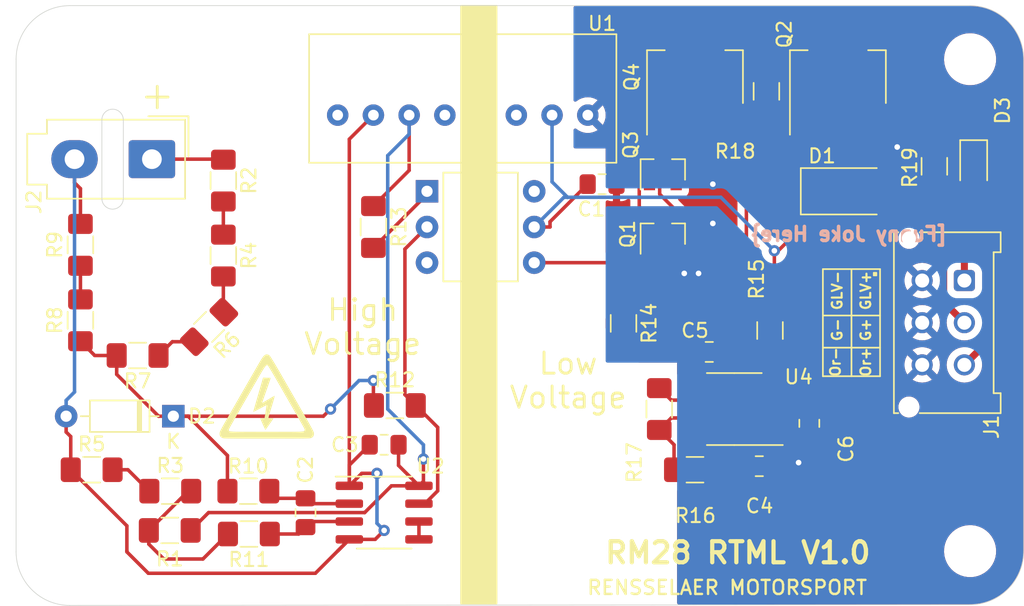
<source format=kicad_pcb>
(kicad_pcb (version 20240108) (generator "pcbnew") (generator_version "8.0")
  (layers (0 "F.Cu" signal) (31 "B.Cu" signal) (34 "B.Paste" user) (35 "F.Paste" user) (36 "B.SilkS" user "B.Silkscreen") (37 "F.SilkS" user "F.Silkscreen") (38 "B.Mask" user) (39 "F.Mask" user) (44 "Edge.Cuts" user))
  (net 0 "")
  (footprint "Package_TO_SOT_SMD:SOT-223-3_TabPin2" (layer "F.Cu") (at 141.732 81.788 90)
    (property "Reference" "Q4" (at 0 -4.5 90) (layer "F.SilkS"))
    (property "Value" "MCT06P10-TP" (hide yes))
    (pad "1" smd rect (at -3.15 -2.3 90) (size 2 1.5) (layers "F.Cu" "F.Paste" "F.Mask"))
    (pad "2" smd rect (at -3.15 0 90) (size 2 1.5) (layers "F.Cu" "F.Paste" "F.Mask"))
    (pad "2" smd rect (at 3.15 0 90) (size 2 3.8) (layers "F.Cu" "F.Paste" "F.Mask"))
    (pad "3" smd rect (at -3.15 2.3 90) (size 2 1.5) (layers "F.Cu" "F.Paste" "F.Mask"))
  )
  (footprint "Capacitor_SMD:C_0805_2012Metric_Pad1.15x1.40mm_HandSolder" (layer "F.Cu") (at 146.304 109.474 180)
    (property "Reference" "C4" (at -0.016909 -2.83128 0) (layer "F.SilkS"))
    (property "Value" "100n")
    (pad "1" smd roundrect (at -1.025 0 180) (size 1.15 1.4) (layers "F.Cu" "F.Paste" "F.Mask") (roundrect_rratio 0.217391))
    (pad "2" smd roundrect (at 1.025 0 180) (size 1.15 1.4) (layers "F.Cu" "F.Paste" "F.Mask") (roundrect_rratio 0.217391))
  )
  (footprint "Capacitor_SMD:C_0805_2012Metric_Pad1.15x1.40mm_HandSolder" (layer "F.Cu") (at 149.86 106.426 90)
    (property "Reference" "C6" (at -1.82095 2.607737 90) (layer "F.SilkS"))
    (property "Value" "1u")
    (pad "1" smd roundrect (at -1.025 0 90) (size 1.15 1.4) (layers "F.Cu" "F.Paste" "F.Mask") (roundrect_rratio 0.217391))
    (pad "2" smd roundrect (at 1.025 0 90) (size 1.15 1.4) (layers "F.Cu" "F.Paste" "F.Mask") (roundrect_rratio 0.217391))
  )
  (footprint "Capacitor_SMD:C_0805_2012Metric_Pad1.15x1.40mm_HandSolder" (layer "F.Cu") (at 114.046 112.785 -90)
    (property "Reference" "C2" (at -3.057 0 90) (layer "F.SilkS"))
    (property "Value" "10n")
    (pad "1" smd roundrect (at -1.025 0 270) (size 1.15 1.4) (layers "F.Cu" "F.Paste" "F.Mask") (roundrect_rratio 0.217391))
    (pad "2" smd roundrect (at 1.025 0 270) (size 1.15 1.4) (layers "F.Cu" "F.Paste" "F.Mask") (roundrect_rratio 0.217391))
  )
  (footprint "Capacitor_SMD:C_0805_2012Metric_Pad1.15x1.40mm_HandSolder" (layer "F.Cu") (at 119.634 107.95 180)
    (property "Reference" "C3" (at 2.794 0 0) (layer "F.SilkS"))
    (property "Value" "100n")
    (pad "1" smd roundrect (at -1.025 0 180) (size 1.15 1.4) (layers "F.Cu" "F.Paste" "F.Mask") (roundrect_rratio 0.217391))
    (pad "2" smd roundrect (at 1.025 0 180) (size 1.15 1.4) (layers "F.Cu" "F.Paste" "F.Mask") (roundrect_rratio 0.217391))
  )
  (footprint "Resistor_SMD:R_1206_3216Metric_Pad1.42x1.75mm_HandSolder" (layer "F.Cu") (at 120.396 105.156)
    (property "Reference" "R12" (at 0 -1.82 0) (layer "F.SilkS"))
    (property "Value" "1M")
    (pad "1" smd roundrect (at -1.4875 0) (size 1.425 1.75) (layers "F.Cu" "F.Paste" "F.Mask") (roundrect_rratio 0.175439))
    (pad "2" smd roundrect (at 1.4875 0) (size 1.425 1.75) (layers "F.Cu" "F.Paste" "F.Mask") (roundrect_rratio 0.175439))
  )
  (footprint "Resistor_SMD:R_1206_3216Metric_Pad1.42x1.75mm_HandSolder" (layer "F.Cu") (at 141.732 109.728)
    (property "Reference" "R16" (at 0.032187 3.265535 0) (layer "F.SilkS"))
    (property "Value" "22k")
    (pad "1" smd roundrect (at -1.4875 0) (size 1.425 1.75) (layers "F.Cu" "F.Paste" "F.Mask") (roundrect_rratio 0.175439))
    (pad "2" smd roundrect (at 1.4875 0) (size 1.425 1.75) (layers "F.Cu" "F.Paste" "F.Mask") (roundrect_rratio 0.175439))
  )
  (footprint "Connector_Molex:Molex_Micro-Fit_3.0_43045-0612_2x03_P3.00mm_Vertical" (layer "F.Cu") (at 160.8836 96.266 -90)
    (property "Reference" "J1" (at 10.414 -1.9304 90) (layer "F.SilkS"))
    (property "Value" "Conn_01x06_Female" (hide yes))
    (pad "" np_thru_hole circle (at -3 3.94 270) (size 1 1) (drill 1) (layers "F&B.Cu" "*.Mask"))
    (pad "" np_thru_hole circle (at 9 3.94 270) (size 1 1) (drill 1) (layers "F&B.Cu" "*.Mask"))
    (pad "1" thru_hole roundrect (at 0 0 270) (size 1.5 1.5) (drill 1) (layers "*.Cu" "*.Mask") (roundrect_rratio 0.166667))
    (pad "2" thru_hole circle (at 3 0 270) (size 1.5 1.5) (drill 1) (layers "*.Cu" "*.Mask"))
    (pad "3" thru_hole circle (at 6 0 270) (size 1.5 1.5) (drill 1) (layers "*.Cu" "*.Mask"))
    (pad "4" thru_hole circle (at 0 3 270) (size 1.5 1.5) (drill 1) (layers "*.Cu" "*.Mask"))
    (pad "5" thru_hole circle (at 3 3 270) (size 1.5 1.5) (drill 1) (layers "*.Cu" "*.Mask"))
    (pad "6" thru_hole circle (at 6 3 270) (size 1.5 1.5) (drill 1) (layers "*.Cu" "*.Mask"))
  )
  (footprint "Resistor_SMD:R_1206_3216Metric_Pad1.42x1.75mm_HandSolder" (layer "F.Cu") (at 108.204 94.488 -90)
    (property "Reference" "R4" (at 0 -1.82 90) (layer "F.SilkS"))
    (property "Value" "249k")
    (pad "1" smd roundrect (at -1.4875 0 270) (size 1.425 1.75) (layers "F.Cu" "F.Paste" "F.Mask") (roundrect_rratio 0.175439))
    (pad "2" smd roundrect (at 1.4875 0 270) (size 1.425 1.75) (layers "F.Cu" "F.Paste" "F.Mask") (roundrect_rratio 0.175439))
  )
  (footprint "Capacitor_SMD:C_0805_2012Metric_Pad1.15x1.40mm_HandSolder" (layer "F.Cu") (at 142.748 101.346 180)
    (property "Reference" "C5" (at 1.016 1.524 0) (layer "F.SilkS"))
    (property "Value" "100n")
    (pad "1" smd roundrect (at -1.025 0 180) (size 1.15 1.4) (layers "F.Cu" "F.Paste" "F.Mask") (roundrect_rratio 0.217391))
    (pad "2" smd roundrect (at 1.025 0 180) (size 1.15 1.4) (layers "F.Cu" "F.Paste" "F.Mask") (roundrect_rratio 0.217391))
  )
  (footprint "TSAL-HVM:SPAN02" (layer "F.Cu") (at 125.476 83.312 180)
    (property "Reference" "U1" (at -9.652 5.334 0) (layer "F.SilkS"))
    (property "Value" "SPAN02A-12")
    (pad "1" thru_hole circle (at -8.636 -1.184 180) (size 1.524 1.524) (drill 0.762) (layers "*.Cu" "*.Mask"))
    (pad "2" thru_hole circle (at -6.096 -1.184 180) (size 1.524 1.524) (drill 0.762) (layers "*.Cu" "*.Mask"))
    (pad "3" thru_hole circle (at -3.556 -1.184 180) (size 1.524 1.524) (drill 0.762) (layers "*.Cu" "*.Mask"))
    (pad "5" thru_hole circle (at 1.524 -1.184 180) (size 1.524 1.524) (drill 0.762) (layers "*.Cu" "*.Mask"))
    (pad "6" thru_hole circle (at 4.064 -1.184 180) (size 1.524 1.524) (drill 0.762) (layers "*.Cu" "*.Mask"))
    (pad "7" thru_hole circle (at 6.604 -1.184 180) (size 1.524 1.524) (drill 0.762) (layers "*.Cu" "*.Mask"))
    (pad "8" thru_hole circle (at 9.144 -1.184 180) (size 1.524 1.524) (drill 0.762) (layers "*.Cu" "*.Mask"))
  )
  (footprint "TSAL-HVM:electric-shock-symbol" (layer "F.Cu") (at 111.29 104.518)
    (property "Reference" "G***" (hide yes))
    (property "Value" "LOGO" (hide yes))
  )
  (footprint "Resistor_SMD:R_1206_3216Metric_Pad1.42x1.75mm_HandSolder" (layer "F.Cu") (at 139.192 105.41 -90)
    (property "Reference" "R17" (at 3.81 1.778 90) (layer "F.SilkS"))
    (property "Value" "220k")
    (pad "1" smd roundrect (at -1.4875 0 270) (size 1.425 1.75) (layers "F.Cu" "F.Paste" "F.Mask") (roundrect_rratio 0.175439))
    (pad "2" smd roundrect (at 1.4875 0 270) (size 1.425 1.75) (layers "F.Cu" "F.Paste" "F.Mask") (roundrect_rratio 0.175439))
  )
  (footprint "Package_TO_SOT_SMD:SOT-23" (layer "F.Cu") (at 139.446 92.964 90)
    (property "Reference" "Q1" (at 0 -2.5 90) (layer "F.SilkS"))
    (property "Value" "2N7002" (hide yes))
    (pad "1" smd rect (at -1 -0.95 90) (size 0.9 0.8) (layers "F.Cu" "F.Paste" "F.Mask"))
    (pad "2" smd rect (at -1 0.95 90) (size 0.9 0.8) (layers "F.Cu" "F.Paste" "F.Mask"))
    (pad "3" smd rect (at 1 0 90) (size 0.9 0.8) (layers "F.Cu" "F.Paste" "F.Mask"))
  )
  (footprint "Resistor_SMD:R_1206_3216Metric_Pad1.42x1.75mm_HandSolder" (layer "F.Cu") (at 98.044 93.726 90)
    (property "Reference" "R9" (at 0 -1.82 90) (layer "F.SilkS"))
    (property "Value" "2k2")
    (pad "1" smd roundrect (at -1.4875 0 90) (size 1.425 1.75) (layers "F.Cu" "F.Paste" "F.Mask") (roundrect_rratio 0.175439))
    (pad "2" smd roundrect (at 1.4875 0 90) (size 1.425 1.75) (layers "F.Cu" "F.Paste" "F.Mask") (roundrect_rratio 0.175439))
  )
  (footprint "LED_SMD:LED_0805_2012Metric_Pad1.15x1.40mm_HandSolder" (layer "F.Cu") (at 161.544 88.138 -90)
    (property "Reference" "D3" (at -3.96143 -2.056787 90) (layer "F.SilkS"))
    (property "Value" "VHI")
    (pad "1" smd roundrect (at -1.025 0 270) (size 1.15 1.4) (layers "F.Cu" "F.Paste" "F.Mask") (roundrect_rratio 0.217391))
    (pad "2" smd roundrect (at 1.025 0 270) (size 1.15 1.4) (layers "F.Cu" "F.Paste" "F.Mask") (roundrect_rratio 0.217391))
  )
  (footprint "Resistor_SMD:R_1206_3216Metric_Pad1.42x1.75mm_HandSolder" (layer "F.Cu") (at 107.188 99.568 -135)
    (property "Reference" "R6" (at 0 -1.82 45) (layer "F.SilkS"))
    (property "Value" "249k")
    (pad "1" smd roundrect (at -1.4875 0 225) (size 1.425 1.75) (layers "F.Cu" "F.Paste" "F.Mask") (roundrect_rratio 0.175439))
    (pad "2" smd roundrect (at 1.4875 0 225) (size 1.425 1.75) (layers "F.Cu" "F.Paste" "F.Mask") (roundrect_rratio 0.175439))
  )
  (footprint "Resistor_SMD:R_1206_3216Metric_Pad1.42x1.75mm_HandSolder" (layer "F.Cu") (at 98.044 99.0965 90)
    (property "Reference" "R8" (at 0 -1.82 90) (layer "F.SilkS"))
    (property "Value" "49k9")
    (pad "1" smd roundrect (at -1.4875 0 90) (size 1.425 1.75) (layers "F.Cu" "F.Paste" "F.Mask") (roundrect_rratio 0.175439))
    (pad "2" smd roundrect (at 1.4875 0 90) (size 1.425 1.75) (layers "F.Cu" "F.Paste" "F.Mask") (roundrect_rratio 0.175439))
  )
  (footprint "Package_DIP:DIP-6_W7.62mm" (layer "F.Cu") (at 122.682 89.916)
    (property "Reference" "U3" (at 3.81 -2.33 0) (layer "F.SilkS"))
    (property "Value" "4N35")
    (pad "1" thru_hole rect (at 0 0) (size 1.6 1.6) (drill 0.8) (layers "*.Cu" "*.Mask"))
    (pad "2" thru_hole oval (at 0 2.54) (size 1.6 1.6) (drill 0.8) (layers "*.Cu" "*.Mask"))
    (pad "3" thru_hole oval (at 0 5.08) (size 1.6 1.6) (drill 0.8) (layers "*.Cu" "*.Mask"))
    (pad "4" thru_hole oval (at 7.62 5.08) (size 1.6 1.6) (drill 0.8) (layers "*.Cu" "*.Mask"))
    (pad "5" thru_hole oval (at 7.62 2.54) (size 1.6 1.6) (drill 0.8) (layers "*.Cu" "*.Mask"))
    (pad "6" thru_hole oval (at 7.62 0) (size 1.6 1.6) (drill 0.8) (layers "*.Cu" "*.Mask"))
  )
  (footprint "Resistor_SMD:R_1206_3216Metric_Pad1.42x1.75mm_HandSolder" (layer "F.Cu") (at 110.0185 114.3 180)
    (property "Reference" "R11" (at 0 -1.82 0) (layer "F.SilkS"))
    (property "Value" "100")
    (pad "1" smd roundrect (at -1.4875 0 180) (size 1.425 1.75) (layers "F.Cu" "F.Paste" "F.Mask") (roundrect_rratio 0.175439))
    (pad "2" smd roundrect (at 1.4875 0 180) (size 1.425 1.75) (layers "F.Cu" "F.Paste" "F.Mask") (roundrect_rratio 0.175439))
  )
  (footprint "Resistor_SMD:R_1206_3216Metric_Pad1.42x1.75mm_HandSolder" (layer "F.Cu") (at 147.066 99.822 90)
    (property "Reference" "R15" (at 3.657417 -0.956957 90) (layer "F.SilkS"))
    (property "Value" "22k")
    (pad "1" smd roundrect (at -1.4875 0 90) (size 1.425 1.75) (layers "F.Cu" "F.Paste" "F.Mask") (roundrect_rratio 0.175439))
    (pad "2" smd roundrect (at 1.4875 0 90) (size 1.425 1.75) (layers "F.Cu" "F.Paste" "F.Mask") (roundrect_rratio 0.175439))
  )
  (footprint "Resistor_SMD:R_1206_3216Metric_Pad1.42x1.75mm_HandSolder" (layer "F.Cu") (at 136.652 99.314 -90)
    (property "Reference" "R14" (at 0 -1.82 90) (layer "F.SilkS"))
    (property "Value" "10k")
    (pad "1" smd roundrect (at -1.4875 0 270) (size 1.425 1.75) (layers "F.Cu" "F.Paste" "F.Mask") (roundrect_rratio 0.175439))
    (pad "2" smd roundrect (at 1.4875 0 270) (size 1.425 1.75) (layers "F.Cu" "F.Paste" "F.Mask") (roundrect_rratio 0.175439))
  )
  (footprint "Resistor_SMD:R_1206_3216Metric_Pad1.42x1.75mm_HandSolder" (layer "F.Cu") (at 109.982 111.252 180)
    (property "Reference" "R10" (at 0 1.778 0) (layer "F.SilkS"))
    (property "Value" "100")
    (pad "1" smd roundrect (at -1.4875 0 180) (size 1.425 1.75) (layers "F.Cu" "F.Paste" "F.Mask") (roundrect_rratio 0.175439))
    (pad "2" smd roundrect (at 1.4875 0 180) (size 1.425 1.75) (layers "F.Cu" "F.Paste" "F.Mask") (roundrect_rratio 0.175439))
  )
  (footprint "Package_TO_SOT_SMD:SOT-223-3_TabPin2" (layer "F.Cu") (at 151.892 81.788 90)
    (property "Reference" "Q2" (at 3.048 -3.81 90) (layer "F.SilkS"))
    (property "Value" "MCT06P10-TP")
    (pad "1" smd rect (at -3.15 -2.3 90) (size 2 1.5) (layers "F.Cu" "F.Paste" "F.Mask"))
    (pad "2" smd rect (at -3.15 0 90) (size 2 1.5) (layers "F.Cu" "F.Paste" "F.Mask"))
    (pad "2" smd rect (at 3.15 0 90) (size 2 3.8) (layers "F.Cu" "F.Paste" "F.Mask"))
    (pad "3" smd rect (at -3.15 2.3 90) (size 2 1.5) (layers "F.Cu" "F.Paste" "F.Mask"))
  )
  (footprint "Connector_Molex:Molex_Mini-Fit_Jr_5566-02A_2x01_P4.20mm_Vertical" (layer "F.Cu") (at 103.124 87.63 -90)
    (property "Reference" "J2" (at 3.048 8.382 90) (layer "F.SilkS"))
    (property "Value" "HV")
    (pad "1" thru_hole roundrect (at 0 0 270) (size 2.7 3.3) (drill 1.4) (layers "*.Cu" "*.Mask") (roundrect_rratio 0.092593))
    (pad "2" thru_hole oval (at 0 5.5 270) (size 2.7 3.3) (drill 1.4) (layers "*.Cu" "*.Mask"))
  )
  (footprint "Capacitor_SMD:C_0805_2012Metric_Pad1.15x1.40mm_HandSolder" (layer "F.Cu") (at 135.128 89.408 180)
    (property "Reference" "C1" (at 0.762 -1.778 0) (layer "F.SilkS"))
    (property "Value" "1u")
    (pad "1" smd roundrect (at -1.025 0 180) (size 1.15 1.4) (layers "F.Cu" "F.Paste" "F.Mask") (roundrect_rratio 0.217391))
    (pad "2" smd roundrect (at 1.025 0 180) (size 1.15 1.4) (layers "F.Cu" "F.Paste" "F.Mask") (roundrect_rratio 0.217391))
  )
  (footprint "Resistor_SMD:R_1206_3216Metric_Pad1.42x1.75mm_HandSolder" (layer "F.Cu") (at 108.204 89.154 -90)
    (property "Reference" "R2" (at 0 -1.82 90) (layer "F.SilkS"))
    (property "Value" "249k")
    (pad "1" smd roundrect (at -1.4875 0 270) (size 1.425 1.75) (layers "F.Cu" "F.Paste" "F.Mask") (roundrect_rratio 0.175439))
    (pad "2" smd roundrect (at 1.4875 0 270) (size 1.425 1.75) (layers "F.Cu" "F.Paste" "F.Mask") (roundrect_rratio 0.175439))
  )
  (footprint "Resistor_SMD:R_1206_3216Metric_Pad1.42x1.75mm_HandSolder" (layer "F.Cu") (at 146.812 82.804 -90)
    (property "Reference" "R18" (at 4.267987 2.221287 180) (layer "F.SilkS"))
    (property "Value" "10k")
    (pad "1" smd roundrect (at -1.4875 0 270) (size 1.425 1.75) (layers "F.Cu" "F.Paste" "F.Mask") (roundrect_rratio 0.175439))
    (pad "2" smd roundrect (at 1.4875 0 270) (size 1.425 1.75) (layers "F.Cu" "F.Paste" "F.Mask") (roundrect_rratio 0.175439))
  )
  (footprint "Resistor_SMD:R_1206_3216Metric_Pad1.42x1.75mm_HandSolder" (layer "F.Cu") (at 118.872 92.456 -90)
    (property "Reference" "R13" (at 0 -1.82 90) (layer "F.SilkS"))
    (property "Value" "2k2")
    (pad "1" smd roundrect (at -1.4875 0 270) (size 1.425 1.75) (layers "F.Cu" "F.Paste" "F.Mask") (roundrect_rratio 0.175439))
    (pad "2" smd roundrect (at 1.4875 0 270) (size 1.425 1.75) (layers "F.Cu" "F.Paste" "F.Mask") (roundrect_rratio 0.175439))
  )
  (footprint "Resistor_SMD:R_1206_3216Metric_Pad1.42x1.75mm_HandSolder" (layer "F.Cu") (at 158.75 88.138 90)
    (property "Reference" "R19" (at -0.096901 -1.746967 90) (layer "F.SilkS"))
    (property "Value" "2k2")
    (pad "1" smd roundrect (at -1.4875 0 90) (size 1.425 1.75) (layers "F.Cu" "F.Paste" "F.Mask") (roundrect_rratio 0.175439))
    (pad "2" smd roundrect (at 1.4875 0 90) (size 1.425 1.75) (layers "F.Cu" "F.Paste" "F.Mask") (roundrect_rratio 0.175439))
  )
  (footprint "Resistor_SMD:R_1206_3216Metric_Pad1.42x1.75mm_HandSolder" (layer "F.Cu") (at 104.394 114.046)
    (property "Reference" "R1" (at 0 2.032 0) (layer "F.SilkS"))
    (property "Value" "75k")
    (pad "1" smd roundrect (at -1.4875 0) (size 1.425 1.75) (layers "F.Cu" "F.Paste" "F.Mask") (roundrect_rratio 0.175439))
    (pad "2" smd roundrect (at 1.4875 0) (size 1.425 1.75) (layers "F.Cu" "F.Paste" "F.Mask") (roundrect_rratio 0.175439))
  )
  (footprint "Resistor_SMD:R_1206_3216Metric_Pad1.42x1.75mm_HandSolder" (layer "F.Cu") (at 104.4305 111.252)
    (property "Reference" "R3" (at 0 -1.82 0) (layer "F.SilkS"))
    (property "Value" "24k")
    (pad "1" smd roundrect (at -1.4875 0) (size 1.425 1.75) (layers "F.Cu" "F.Paste" "F.Mask") (roundrect_rratio 0.175439))
    (pad "2" smd roundrect (at 1.4875 0) (size 1.425 1.75) (layers "F.Cu" "F.Paste" "F.Mask") (roundrect_rratio 0.175439))
  )
  (footprint "Package_TO_SOT_SMD:SOT-23" (layer "F.Cu") (at 139.446 88.392 90)
    (property "Reference" "Q3" (at 1.778 -2.286 90) (layer "F.SilkS"))
    (property "Value" "2N7002" (hide yes))
    (pad "1" smd rect (at -1 -0.95 90) (size 0.9 0.8) (layers "F.Cu" "F.Paste" "F.Mask"))
    (pad "2" smd rect (at -1 0.95 90) (size 0.9 0.8) (layers "F.Cu" "F.Paste" "F.Mask"))
    (pad "3" smd rect (at 1 0 90) (size 0.9 0.8) (layers "F.Cu" "F.Paste" "F.Mask"))
  )
  (footprint "Resistor_SMD:R_1206_3216Metric_Pad1.42x1.75mm_HandSolder" (layer "F.Cu") (at 102.108 101.6 180)
    (property "Reference" "R7" (at 0 -1.82 0) (layer "F.SilkS"))
    (property "Value" "249k")
    (pad "1" smd roundrect (at -1.4875 0 180) (size 1.425 1.75) (layers "F.Cu" "F.Paste" "F.Mask") (roundrect_rratio 0.175439))
    (pad "2" smd roundrect (at 1.4875 0 180) (size 1.425 1.75) (layers "F.Cu" "F.Paste" "F.Mask") (roundrect_rratio 0.175439))
  )
  (footprint "Package_SO:SOIC-8_3.9x4.9mm_P1.27mm" (layer "F.Cu") (at 119.634 112.776)
    (property "Reference" "U2" (at 3.302 -3.302 0) (layer "F.SilkS"))
    (property "Value" "LM311")
    (pad "1" smd roundrect (at -2.475 -1.905) (size 1.95 0.6) (layers "F.Cu" "F.Paste" "F.Mask"))
    (pad "2" smd roundrect (at -2.475 -0.635) (size 1.95 0.6) (layers "F.Cu" "F.Paste" "F.Mask"))
    (pad "3" smd roundrect (at -2.475 0.635) (size 1.95 0.6) (layers "F.Cu" "F.Paste" "F.Mask"))
    (pad "4" smd roundrect (at -2.475 1.905) (size 1.95 0.6) (layers "F.Cu" "F.Paste" "F.Mask"))
    (pad "5" smd roundrect (at 2.475 1.905) (size 1.95 0.6) (layers "F.Cu" "F.Paste" "F.Mask"))
    (pad "6" smd roundrect (at 2.475 0.635) (size 1.95 0.6) (layers "F.Cu" "F.Paste" "F.Mask"))
    (pad "7" smd roundrect (at 2.475 -0.635) (size 1.95 0.6) (layers "F.Cu" "F.Paste" "F.Mask"))
    (pad "8" smd roundrect (at 2.475 -1.905) (size 1.95 0.6) (layers "F.Cu" "F.Paste" "F.Mask"))
  )
  (footprint "Diode_THT:D_DO-35_SOD27_P7.62mm_Horizontal" (layer "F.Cu") (at 104.648 105.918 180)
    (property "Reference" "D2" (at -2.032 0 0) (layer "F.SilkS"))
    (property "Value" "12V")
    (fp_text user "K" (at 0 -1.8 0) (layer "F.SilkS"))
    (pad "1" thru_hole rect (at 0 0 180) (size 1.6 1.6) (drill 0.8) (layers "*.Cu" "*.Mask"))
    (pad "2" thru_hole oval (at 7.62 0 180) (size 1.6 1.6) (drill 0.8) (layers "*.Cu" "*.Mask"))
  )
  (footprint "Resistor_SMD:R_1206_3216Metric_Pad1.42x1.75mm_HandSolder" (layer "F.Cu") (at 98.8425 109.728)
    (property "Reference" "R5" (at 0 -1.82 0) (layer "F.SilkS"))
    (property "Value" "900")
    (pad "1" smd roundrect (at -1.4875 0) (size 1.425 1.75) (layers "F.Cu" "F.Paste" "F.Mask") (roundrect_rratio 0.175439))
    (pad "2" smd roundrect (at 1.4875 0) (size 1.425 1.75) (layers "F.Cu" "F.Paste" "F.Mask") (roundrect_rratio 0.175439))
  )
  (footprint "Diode_SMD:D_SMA" (layer "F.Cu") (at 152.654 89.916)
    (property "Reference" "D1" (at -1.892726 -2.511752 0) (layer "F.SilkS"))
    (property "Value" "D" (hide yes))
    (pad "1" smd rect (at -2 0) (size 2.5 1.8) (layers "F.Cu" "F.Paste" "F.Mask"))
    (pad "2" smd rect (at 2 0) (size 2.5 1.8) (layers "F.Cu" "F.Paste" "F.Mask"))
  )
  (footprint "Package_SO:SOIC-8_3.9x4.9mm_P1.27mm" (layer "F.Cu") (at 144.526 105.41 180)
    (property "Reference" "U4" (at -4.572 2.286 0) (layer "F.SilkS"))
    (property "Value" "NE555" (hide yes))
    (pad "1" smd roundrect (at -2.475 -1.905 180) (size 1.95 0.6) (layers "F.Cu" "F.Paste" "F.Mask"))
    (pad "2" smd roundrect (at -2.475 -0.635 180) (size 1.95 0.6) (layers "F.Cu" "F.Paste" "F.Mask"))
    (pad "3" smd roundrect (at -2.475 0.635 180) (size 1.95 0.6) (layers "F.Cu" "F.Paste" "F.Mask"))
    (pad "4" smd roundrect (at -2.475 1.905 180) (size 1.95 0.6) (layers "F.Cu" "F.Paste" "F.Mask"))
    (pad "5" smd roundrect (at 2.475 1.905 180) (size 1.95 0.6) (layers "F.Cu" "F.Paste" "F.Mask"))
    (pad "6" smd roundrect (at 2.475 0.635 180) (size 1.95 0.6) (layers "F.Cu" "F.Paste" "F.Mask"))
    (pad "7" smd roundrect (at 2.475 -0.635 180) (size 1.95 0.6) (layers "F.Cu" "F.Paste" "F.Mask"))
    (pad "8" smd roundrect (at 2.475 -1.905 180) (size 1.95 0.6) (layers "F.Cu" "F.Paste" "F.Mask"))
  )
  (gr_line (start 154.8892 103.0732) (end 150.8252 103.0732) (stroke (width 0.12)) (layer "F.SilkS"))
  (gr_poly (pts (xy 154.432 95.7072) (xy 154.6352 95.7072) (xy 154.6352 95.9104) (xy 154.432 95.9104)) (stroke (width 0.1)) (fill solid) (layer "F.SilkS"))
  (gr_line (start 154.8892 95.4532) (end 154.8892 103.0732) (stroke (width 0.12)) (layer "F.SilkS"))
  (gr_line (start 152.8572 103.0732) (end 152.8572 95.4532) (stroke (width 0.12)) (layer "F.SilkS"))
  (gr_line (start 150.8252 103.0732) (end 150.8252 95.4532) (stroke (width 0.12)) (layer "F.SilkS"))
  (gr_line (start 150.8252 98.7552) (end 154.8892 98.7552) (stroke (width 0.12)) (layer "F.SilkS"))
  (gr_line (start 154.8892 101.0412) (end 150.8252 101.0412) (stroke (width 0.12)) (layer "F.SilkS"))
  (gr_poly (pts (xy 125.095 83.693) (xy 125.095 76.708) (xy 127.635 76.708) (xy 127.635 119.253) (xy 125.095 119.253) (xy 125.095 104.648)) (stroke (width 0.1)) (fill solid) (layer "F.SilkS"))
  (gr_line (start 150.8252 95.4532) (end 154.8892 95.4532) (stroke (width 0.12)) (layer "F.SilkS"))
  (gr_line (start 99.568 84.836) (end 99.568 90.424) (stroke (width 0.05)) (layer "Edge.Cuts"))
  (gr_line (start 97.282 76.708) (end 161.29 76.708) (stroke (width 0.05)) (layer "Edge.Cuts"))
  (gr_line (start 93.472 115.57) (end 93.472 80.518) (stroke (width 0.05)) (layer "Edge.Cuts"))
  (gr_line (start 101.092 84.836) (end 101.092 90.424) (stroke (width 0.05)) (layer "Edge.Cuts"))
  (gr_line (start 165.1 80.518) (end 165.1 115.518) (stroke (width 0.05)) (layer "Edge.Cuts"))
  (gr_line (start 161.29 119.328) (end 97.282 119.38) (stroke (width 0.05)) (layer "Edge.Cuts"))
  (gr_arc (start 101.092 90.424) (mid 100.33 91.186) (end 99.568 90.424) (stroke (width 0.05)) (layer "Edge.Cuts"))
  (gr_arc (start 165.1 115.518) (mid 163.984077 118.212077) (end 161.29 119.328) (stroke (width 0.05)) (layer "Edge.Cuts"))
  (gr_arc (start 97.282 119.38) (mid 94.587923 118.264077) (end 93.472 115.57) (stroke (width 0.05)) (layer "Edge.Cuts"))
  (gr_arc (start 93.472 80.518) (mid 94.587923 77.823923) (end 97.282 76.708) (stroke (width 0.05)) (layer "Edge.Cuts"))
  (gr_arc (start 161.29 76.708) (mid 163.984077 77.823923) (end 165.1 80.518) (stroke (width 0.05)) (layer "Edge.Cuts"))
  (gr_arc (start 99.568 84.836) (mid 100.33 84.074) (end 101.092 84.836) (stroke (width 0.05)) (layer "Edge.Cuts"))
  (gr_text "[Funny Joke Here}\n" (at 152.654 92.964 0) (layer "B.SilkS") (effects (font (size 1 1) (thickness 0.25)) (justify mirror)))
  (gr_text "G+" (at 153.8732 99.7712 90) (layer "F.SilkS") (effects (font (size 0.7 0.7))))
  (gr_text "Or+\n" (at 153.8732 102.0572 90) (layer "F.SilkS") (effects (font (size 0.7 0.7))))
  (gr_text "RM28 RTML V1.0\n\n" (at 144.78 116.84 0) (layer "F.SilkS") (effects (font (size 1.5 1.5) (thickness 0.3))))
  (gr_text "High\nVoltage" (at 118.11 99.568 0) (layer "F.SilkS") (effects (font (size 1.5 1.5) (thickness 0.2))))
  (gr_text "Low\nVoltage" (at 132.715 103.378 0) (layer "F.SilkS") (effects (font (size 1.5 1.5) (thickness 0.2))))
  (gr_text "Or-" (at 151.7142 102.0572 90) (layer "F.SilkS") (effects (font (size 0.7 0.7))))
  (gr_text "+" (at 103.505 83.058 0) (layer "F.SilkS") (effects (font (size 2 2) (thickness 0.2))))
  (gr_text "RENSSELAER MOTORSPORT" (at 144.018 118.11 0) (layer "F.SilkS") (effects (font (size 1 1) (thickness 0.17))))
  (gr_text "G-" (at 151.8412 99.7712 90) (layer "F.SilkS") (effects (font (size 0.7 0.7))))
  (gr_text "GLV+" (at 153.8732 96.9772 90) (layer "F.SilkS") (effects (font (size 0.7 0.7))))
  (gr_text "GLV-" (at 151.8412 96.9772 90) (layer "F.SilkS") (effects (font (size 0.7 0.7))))
  (segment (start 138.496 89.392) (end 139.2213 89.392) (width 0.25) (layer "F.Cu") (net 0))
  (segment (start 148.5167 84.938) (end 148.5167 85.4502) (width 0.25) (layer "F.Cu") (net 0))
  (segment (start 122.61099 90.20451) (end 122.61099 89.98701) (width 0.25) (layer "F.Cu") (net 0))
  (segment (start 147.066 98.3345) (end 150.0717 101.3402) (width 0.25) (layer "F.Cu") (net 0))
  (segment (start 100.6205 102.9405) (end 100.6205 102.575) (width 0.25) (layer "F.Cu") (net 0))
  (segment (start 139.2213 89.392) (end 139.2213 90.1173) (width 0.25) (layer "F.Cu") (net 0))
  (segment (start 104.648 105.918) (end 103.598 105.918) (width 0.25) (layer "F.Cu") (net 0))
  (segment (start 117.159 86.209) (end 118.872 84.496) (width 0.25) (layer "F.Cu") (net 0))
  (segment (start 154.654 85.4) (end 154.192 84.938) (width 0.5) (layer "F.Cu") (net 0))
  (segment (start 141.723 103.177) (end 142.051 103.505) (width 0.25) (layer "F.Cu") (net 0))
  (segment (start 146.5318 104.775) (end 147.001 104.775) (width 0.25) (layer "F.Cu") (net 0))
  (segment (start 118.999 114.681) (end 119.634 114.046) (width 0.25) (layer "F.Cu") (net 0))
  (segment (start 163.0172 91.3112) (end 163.0172 100.1324) (width 0.5) (layer "F.Cu") (net 0))
  (segment (start 117.159 110.871) (end 117.159 86.209) (width 0.25) (layer "F.Cu") (net 0))
  (segment (start 147.6491 94.1462) (end 147.375 94.1462) (width 0.25) (layer "F.Cu") (net 0))
  (segment (start 154.654 89.916) (end 154.654 85.4) (width 0.5) (layer "F.Cu") (net 0))
  (segment (start 150.0717 103.3357) (end 151.638 104.902) (width 0.25) (layer "F.Cu") (net 0))
  (segment (start 144.9975 111.506) (end 143.2195 109.728) (width 0.25) (layer "F.Cu") (net 0))
  (segment (start 97.028 105.918) (end 97.028 107.0433) (width 0.25) (layer "F.Cu") (net 0))
  (segment (start 107.1515 112.776) (end 118.2494 112.776) (width 0.25) (layer "F.Cu") (net 0))
  (segment (start 98.044 89.7253) (end 98.044 92.2385) (width 0.25) (layer "F.Cu") (net 0))
  (segment (start 97.624 89.3053) (end 98.044 89.7253) (width 0.25) (layer "F.Cu") (net 0))
  (segment (start 121.112153 94.025847) (end 122.61099 92.52701) (width 0.25) (layer "F.Cu") (net 0))
  (segment (start 122.428 108.966) (end 122.428 110.552) (width 0.25) (layer "F.Cu") (net 0))
  (segment (start 157.734 85.09) (end 162.306 85.09) (width 0.5) (layer "F.Cu") (net 0))
  (segment (start 159.4104 97.7928) (end 159.4104 93.6244) (width 0.5) (layer "F.Cu") (net 0))
  (segment (start 103.9635 116.078) (end 106.753 116.078) (width 0.25) (layer "F.Cu") (net 0))
  (segment (start 152.654 91.3892) (end 152.654 87.271998) (width 0.5) (layer "F.Cu") (net 0))
  (segment (start 145.386 99.6295) (end 147.066 101.3095) (width 0.25) (layer "F.Cu") (net 0))
  (segment (start 148.5167 85.4502) (end 145.386 88.5809) (width 0.25) (layer "F.Cu") (net 0))
  (segment (start 150.654 89.916) (end 150.654 91.1413) (width 0.25) (layer "F.Cu") (net 0))
  (segment (start 118.2494 112.776) (end 120.1544 110.871) (width 0.25) (layer "F.Cu") (net 0))
  (segment (start 154.94 90.202) (end 154.654 89.916) (width 0.5) (layer "F.Cu") (net 0))
  (segment (start 147.375 94.1462) (end 147.375 98.0255) (width 0.25) (layer "F.Cu") (net 0))
  (segment (start 148.844 111.506) (end 144.9975 111.506) (width 0.25) (layer "F.Cu") (net 0))
  (segment (start 115.316 105.918) (end 115.824 105.41) (width 0.25) (layer "F.Cu") (net 0))
  (segment (start 117.159 112.141) (end 114.427 112.141) (width 0.25) (layer "F.Cu") (net 0))
  (segment (start 141.732 78.638) (end 146.964 78.638) (width 0.5) (layer "F.Cu") (net 0))
  (segment (start 143.4735 109.474) (end 143.2195 109.728) (width 0.25) (layer "F.Cu") (net 0))
  (segment (start 137.7706 91.0139) (end 137.7706 88.7698) (width 0.25) (layer "F.Cu") (net 0))
  (segment (start 114.046 111.76) (end 111.9775 111.76) (width 0.25) (layer "F.Cu") (net 0))
  (segment (start 142.051 108.0515) (end 143.4735 109.474) (width 0.25) (layer "F.Cu") (net 0))
  (segment (start 108.4945 111.252) (end 108.4945 108.7145) (width 0.25) (layer "F.Cu") (net 0))
  (segment (start 121.412 84.496) (end 121.412 88.4285) (width 0.25) (layer "F.Cu") (net 0))
  (segment (start 136.652 94.996) (end 136.652 97.8265) (width 0.25) (layer "F.Cu") (net 0))
  (segment (start 139.446 86.6167) (end 139.432 86.6027) (width 0.25) (layer "F.Cu") (net 0))
  (segment (start 151.638 104.902) (end 151.638 108.712) (width 0.25) (layer "F.Cu") (net 0))
  (segment (start 147.375 98.0255) (end 147.066 98.3345) (width 0.25) (layer "F.Cu") (net 0))
  (segment (start 108.2398 98.5162) (end 108.204 98.4804) (width 0.25) (layer "F.Cu") (net 0))
  (segment (start 120.659 109.421) (end 122.109 110.871) (width 0.25) (layer "F.Cu") (net 0))
  (segment (start 134.103 89.408) (end 131.4273 92.0837) (width 0.25) (layer "F.Cu") (net 0))
  (segment (start 160.8836 99.266) (end 159.4104 97.7928) (width 0.5) (layer "F.Cu") (net 0))
  (segment (start 123.441 111.2305) (end 123.441 106.7135) (width 0.25) (layer "F.Cu") (net 0))
  (segment (start 140.2445 107.95) (end 139.192 106.8975) (width 0.25) (layer "F.Cu") (net 0))
  (segment (start 162.805 89.163) (end 163.322 88.646) (width 0.5) (layer "F.Cu") (net 0))
  (segment (start 114.046 113.81) (end 113.556 114.3) (width 0.25) (layer "F.Cu") (net 0))
  (segment (start 113.556 114.3) (end 111.506 114.3) (width 0.25) (layer "F.Cu") (net 0))
  (segment (start 140.2445 109.728) (end 140.2445 107.95) (width 0.25) (layer "F.Cu") (net 0))
  (segment (start 98.044 97.609) (end 98.044 95.2135) (width 0.25) (layer "F.Cu") (net 0))
  (segment (start 139.432 83.326) (end 139.432 84.938) (width 0.25) (layer "F.Cu") (net 0))
  (segment (start 118.872 105.1195) (end 118.9085 105.156) (width 0.25) (layer "F.Cu") (net 0))
  (segment (start 118.872 103.378) (end 118.872 105.1195) (width 0.25) (layer "F.Cu") (net 0))
  (segment (start 144.8559 103.0991) (end 146.5318 104.775) (width 0.25) (layer "F.Cu") (net 0))
  (segment (start 103.124 87.63) (end 108.1675 87.63) (width 0.25) (layer "F.Cu") (net 0))
  (segment (start 146.8485 84.2915) (end 148.082 83.058) (width 0.5) (layer "F.Cu") (net 0))
  (segment (start 151.638 108.712) (end 148.844 111.506) (width 0.25) (layer "F.Cu") (net 0))
  (segment (start 111.9775 111.76) (end 111.4695 111.252) (width 0.25) (layer "F.Cu") (net 0))
  (segment (start 130.302 92.456) (end 131.4273 92.456) (width 0.25) (layer "F.Cu") (net 0))
  (segment (start 114.746 117.094) (end 117.159 114.681) (width 0.25) (layer "F.Cu") (net 0))
  (segment (start 159.4104 93.6244) (end 157.6832 91.8972) (width 0.5) (layer "F.Cu") (net 0))
  (segment (start 154.192 83.438) (end 154.192 84.938) (width 0.5) (layer "F.Cu") (net 0))
  (segment (start 142.051 104.775) (end 143.891 104.775) (width 0.25) (layer "F.Cu") (net 0))
  (segment (start 118.609 107.95) (end 117.159 109.4) (width 0.25) (layer "F.Cu") (net 0))
  (segment (start 117.159 114.681) (end 118.999 114.681) (width 0.25) (layer "F.Cu") (net 0))
  (segment (start 140.0445 106.045) (end 139.192 106.8975) (width 0.25) (layer "F.Cu") (net 0))
  (segment (start 158.75 91.0336) (end 157.5216 91.0336) (width 0.5) (layer "F.Cu") (net 0))
  (segment (start 122.428 110.552) (end 122.109 110.871) (width 0.25) (layer "F.Cu") (net 0))
  (segment (start 161.544 89.838) (end 163.0172 91.3112) (width 0.5) (layer "F.Cu") (net 0))
  (segment (start 159.0315 89.6255) (end 158.75 89.6255) (width 0.25) (layer "F.Cu") (net 0))
  (segment (start 157.734 85.09) (end 154.94 82.296) (width 0.25) (layer "F.Cu") (net 0))
  (segment (start 100.6205 102.575) (end 100.6205 101.6) (width 0.25) (layer "F.Cu") (net 0))
  (segment (start 119.126 109.982) (end 118.048 109.982) (width 0.25) (layer "F.Cu") (net 0))
  (segment (start 101.351557 115.575557) (end 102.87 117.094) (width 0.25) (layer "F.Cu") (net 0))
  (segment (start 100.6205 101.6) (end 99.06 101.6) (width 0.25) (layer "F.Cu") (net 0))
  (segment (start 147.066 103.44) (end 147.066 101.3095) (width 0.25) (layer "F.Cu") (net 0))
  (segment (start 104.648 105.918) (end 115.316 105.918) (width 0.25) (layer "F.Cu") (net 0))
  (segment (start 161.544 89.163) (end 161.544 89.838) (width 0.5) (layer "F.Cu") (net 0))
  (segment (start 97.355 108.4882) (end 97.355 109.728) (width 0.25) (layer "F.Cu") (net 0))
  (segment (start 101.419 109.728) (end 102.943 111.252) (width 0.25) (layer "F.Cu") (net 0))
  (segment (start 104.5757 100.6198) (end 103.5955 101.6) (width 0.25) (layer "F.Cu") (net 0))
  (segment (start 148.853 105.401) (end 149.86 105.401) (width 0.25) (layer "F.Cu") (net 0))
  (segment (start 142.051 107.315) (end 142.051 108.0515) (width 0.25) (layer "F.Cu") (net 0))
  (segment (start 146.812 84.2915) (end 146.8485 84.2915) (width 0.5) (layer "F.Cu") (net 0))
  (segment (start 122.5305 112.141) (end 123.441 111.2305) (width 0.25) (layer "F.Cu") (net 0))
  (segment (start 97.355 109.728) (end 101.346 113.719) (width 0.25) (layer "F.Cu") (net 0))
  (segment (start 97.355 107.3703) (end 97.355 108.4882) (width 0.25) (layer "F.Cu") (net 0))
  (segment (start 150.654 91.1413) (end 147.6491 94.1462) (width 0.25) (layer "F.Cu") (net 0))
  (segment (start 102.9065 114.046) (end 105.7005 111.252) (width 0.25) (layer "F.Cu") (net 0))
  (segment (start 137.9595 88.5809) (end 145.386 88.5809) (width 0.25) (layer "F.Cu") (net 0))
  (segment (start 121.412 88.4285) (end 118.872 90.9685) (width 0.25) (layer "F.Cu") (net 0))
  (segment (start 148.082 83.058) (end 153.812 83.058) (width 0.5) (layer "F.Cu") (net 0))
  (segment (start 151.892 86.509998) (end 151.892 84.938) (width 0.5) (layer "F.Cu") (net 0))
  (segment (start 147.001 106.045) (end 148.209 106.045) (width 0.25) (layer "F.Cu") (net 0))
  (segment (start 108.204 98.4804) (end 108.204 95.9755) (width 0.25) (layer "F.Cu") (net 0))
  (segment (start 97.028 107.0433) (end 97.355 107.3703) (width 0.25) (layer "F.Cu") (net 0))
  (segment (start 156.404 89.916) (end 154.654 89.916) (width 0.5) (layer "F.Cu") (net 0))
  (segment (start 121.8835 105.156) (end 121.112153 104.384653) (width 0.25) (layer "F.Cu") (net 0))
  (segment (start 137.7706 88.7698) (end 137.9595 88.5809) (width 0.25) (layer "F.Cu") (net 0))
  (segment (start 106.753 116.078) (end 108.531 114.3) (width 0.25) (layer "F.Cu") (net 0))
  (segment (start 150.0717 101.3402) (end 150.0717 103.3357) (width 0.25) (layer "F.Cu") (net 0))
  (segment (start 141.723 101.346) (end 141.723 103.177) (width 0.25) (layer "F.Cu") (net 0))
  (segment (start 144.6785 84.2915) (end 144.032 84.938) (width 0.5) (layer "F.Cu") (net 0))
  (segment (start 146.964 78.638) (end 150.114 81.788) (width 0.5) (layer "F.Cu") (net 0))
  (segment (start 149.592 84.938) (end 148.5167 84.938) (width 0.25) (layer "F.Cu") (net 0))
  (segment (start 157.5216 91.0336) (end 156.404 89.916) (width 0.5) (layer "F.Cu") (net 0))
  (segment (start 108.4945 108.7145) (end 105.698 105.918) (width 0.25) (layer "F.Cu") (net 0))
  (segment (start 120.659 107.95) (end 120.659 109.421) (width 0.25) (layer "F.Cu") (net 0))
  (segment (start 120.1544 110.871) (end 122.109 110.871) (width 0.25) (layer "F.Cu") (net 0))
  (segment (start 123.441 106.7135) (end 121.8835 105.156) (width 0.25) (layer "F.Cu") (net 0))
  (segment (start 143.891 104.775) (end 145.161 106.045) (width 0.25) (layer "F.Cu") (net 0))
  (segment (start 138.7207 91.964) (end 137.7706 91.0139) (width 0.25) (layer "F.Cu") (net 0))
  (segment (start 144.8559 95.7519) (end 144.8559 103.0991) (width 0.25) (layer "F.Cu") (net 0))
  (segment (start 117.159 113.411) (end 114.445 113.411) (width 0.25) (layer "F.Cu") (net 0))
  (segment (start 153.162 91.8972) (end 152.654 91.3892) (width 0.5) (layer "F.Cu") (net 0))
  (segment (start 102.87 117.094) (end 114.746 117.094) (width 0.25) (layer "F.Cu") (net 0))
  (segment (start 162.306 85.09) (end 163.322 86.106) (width 0.5) (layer "F.Cu") (net 0))
  (segment (start 136.652 94.996) (end 136.7387 94.996) (width 0.25) (layer "F.Cu") (net 0))
  (segment (start 108.1675 87.63) (end 108.204 87.6665) (width 0.25) (layer "F.Cu") (net 0))
  (segment (start 122.109 112.141) (end 122.5305 112.141) (width 0.25) (layer "F.Cu") (net 0))
  (segment (start 139.2213 90.1173) (end 144.8559 95.7519) (width 0.25) (layer "F.Cu") (net 0))
  (segment (start 154.432 81.788) (end 157.734 85.09) (width 0.5) (layer "F.Cu") (net 0))
  (segment (start 147.001 103.505) (end 147.066 103.44) (width 0.25) (layer "F.Cu") (net 0))
  (segment (start 122.109 114.681) (end 122.109 113.411) (width 0.25) (layer "F.Cu") (net 0))
  (segment (start 140.0445 104.775) (end 139.192 103.9225) (width 0.25) (layer "F.Cu") (net 0))
  (segment (start 160.8836 96.266) (end 160.8836 93.1672) (width 0.5) (layer "F.Cu") (net 0))
  (segment (start 121.112153 104.384653) (end 121.112153 94.025847) (width 0.25) (layer "F.Cu") (net 0))
  (segment (start 114.427 112.141) (end 114.046 111.76) (width 0.25) (layer "F.Cu") (net 0))
  (segment (start 108.204 90.6415) (end 108.204 93.0005) (width 0.25) (layer "F.Cu") (net 0))
  (segment (start 163.0172 100.1324) (end 160.8836 102.266) (width 0.5) (layer "F.Cu") (net 0))
  (segment (start 145.386 88.5809) (end 145.386 99.6295) (width 0.25) (layer "F.Cu") (net 0))
  (segment (start 139.446 87.392) (end 139.446 86.6167) (width 0.25) (layer "F.Cu") (net 0))
  (segment (start 131.4273 92.0837) (end 131.4273 92.456) (width 0.25) (layer "F.Cu") (net 0))
  (segment (start 148.209 106.045) (end 148.853 105.401) (width 0.25) (layer "F.Cu") (net 0))
  (segment (start 116.3344 115.5056) (end 117.159 114.681) (width 0.25) (layer "F.Cu") (net 0))
  (segment (start 105.698 105.918) (end 104.648 105.918) (width 0.25) (layer "F.Cu") (net 0))
  (segment (start 142.051 104.775) (end 140.0445 104.775) (width 0.25) (layer "F.Cu") (net 0))
  (segment (start 145.161 106.045) (end 147.001 106.045) (width 0.25) (layer "F.Cu") (net 0))
  (segment (start 138.496 93.964) (end 137.7707 93.964) (width 0.25) (layer "F.Cu") (net 0))
  (segment (start 101.346 115.490773) (end 101.351557 115.575557) (width 0.25) (layer "F.Cu") (net 0))
  (segment (start 153.812 83.058) (end 154.192 83.438) (width 0.5) (layer "F.Cu") (net 0))
  (segment (start 145.279 109.474) (end 143.4735 109.474) (width 0.25) (layer "F.Cu") (net 0))
  (segment (start 100.33 109.728) (end 101.419 109.728) (width 0.25) (layer "F.Cu") (net 0))
  (segment (start 146.812 81.3165) (end 141.4415 81.3165) (width 0.25) (layer "F.Cu") (net 0))
  (segment (start 105.7005 111.252) (end 105.918 111.252) (width 0.25) (layer "F.Cu") (net 0))
  (segment (start 101.346 113.719) (end 101.346 115.490773) (width 0.25) (layer "F.Cu") (net 0))
  (segment (start 118.872 93.9435) (end 122.61099 90.20451) (width 0.25) (layer "F.Cu") (net 0))
  (segment (start 161.544 89.163) (end 162.805 89.163) (width 0.5) (layer "F.Cu") (net 0))
  (segment (start 102.9065 115.021) (end 103.9635 116.078) (width 0.25) (layer "F.Cu") (net 0))
  (segment (start 118.048 109.982) (end 117.159 110.871) (width 0.25) (layer "F.Cu") (net 0))
  (segment (start 102.9065 114.046) (end 102.9065 115.021) (width 0.25) (layer "F.Cu") (net 0))
  (segment (start 114.445 113.411) (end 114.046 113.81) (width 0.25) (layer "F.Cu") (net 0))
  (segment (start 139.446 91.964) (end 138.7207 91.964) (width 0.25) (layer "F.Cu") (net 0))
  (segment (start 141.4415 81.3165) (end 139.432 83.326) (width 0.25) (layer "F.Cu") (net 0))
  (segment (start 105.8815 114.046) (end 107.1515 112.776) (width 0.25) (layer "F.Cu") (net 0))
  (segment (start 103.598 105.918) (end 100.6205 102.9405) (width 0.25) (layer "F.Cu") (net 0))
  (segment (start 130.302 94.996) (end 136.652 94.996) (width 0.25) (layer "F.Cu") (net 0))
  (segment (start 152.654 87.271998) (end 151.892 86.509998) (width 0.5) (layer "F.Cu") (net 0))
  (segment (start 142.051 106.045) (end 140.0445 106.045) (width 0.25) (layer "F.Cu") (net 0))
  (segment (start 161.544 87.113) (end 159.0315 89.6255) (width 0.25) (layer "F.Cu") (net 0))
  (segment (start 157.6832 91.8972) (end 153.162 91.8972) (width 0.5) (layer "F.Cu") (net 0))
  (segment (start 106.1362 100.6198) (end 104.5757 100.6198) (width 0.25) (layer "F.Cu") (net 0))
  (segment (start 136.7387 94.996) (end 137.7707 93.964) (width 0.25) (layer "F.Cu") (net 0))
  (segment (start 163.322 86.106) (end 163.322 88.646) (width 0.5) (layer "F.Cu") (net 0))
  (segment (start 97.624 87.63) (end 97.624 89.3053) (width 0.25) (layer "F.Cu") (net 0))
  (segment (start 146.812 84.2915) (end 144.6785 84.2915) (width 0.5) (layer "F.Cu") (net 0))
  (segment (start 139.432 86.6027) (end 139.432 84.938) (width 0.25) (layer "F.Cu") (net 0))
  (segment (start 150.114 81.788) (end 154.432 81.788) (width 0.5) (layer "F.Cu") (net 0))
  (segment (start 99.06 101.6) (end 98.044 100.584) (width 0.25) (layer "F.Cu") (net 0))
  (segment (start 160.8836 93.1672) (end 158.75 91.0336) (width 0.5) (layer "F.Cu") (net 0))
  (segment (start 117.159 109.4) (end 117.159 110.871) (width 0.25) (layer "F.Cu") (net 0))
  (via (at 143.002 92.202) (size 0.8) (drill 0.4) (layers "F.Cu" "B.Cu") (net 0))
  (via (at 115.824 105.41) (size 0.8) (drill 0.4) (layers "F.Cu" "B.Cu") (net 0))
  (via (at 149.098 109.22) (size 0.8) (drill 0.4) (layers "F.Cu" "B.Cu") (net 0))
  (via (at 119.634 114.046) (size 0.8) (drill 0.4) (layers "F.Cu" "B.Cu") (net 0))
  (via (at 156.1084 86.7664) (size 0.8) (drill 0.4) (layers "F.Cu" "B.Cu") (net 0))
  (via (at 122.428 108.966) (size 0.8) (drill 0.4) (layers "F.Cu" "B.Cu") (net 0))
  (via (at 119.126 109.982) (size 0.8) (drill 0.4) (layers "F.Cu" "B.Cu") (net 0))
  (via (at 118.872 103.378) (size 0.8) (drill 0.4) (layers "F.Cu" "B.Cu") (net 0))
  (via (at 143.002 89.408) (size 0.8) (drill 0.4) (layers "F.Cu" "B.Cu") (net 0))
  (via (at 141.986 95.758) (size 0.8) (drill 0.4) (layers "F.Cu" "B.Cu") (net 0))
  (via (at 147.375 94.1462) (size 0.8) (drill 0.4) (layers "F.Cu" "B.Cu") (net 0))
  (via (at 140.97 95.758) (size 0.8) (drill 0.4) (layers "F.Cu" "B.Cu") (net 0))
  (segment (start 121.412 84.496) (end 121.412 85.852) (width 0.25) (layer "B.Cu") (net 0))
  (segment (start 132.416 90.342) (end 130.302 92.456) (width 0.25) (layer "B.Cu") (net 0))
  (segment (start 119.888 87.376) (end 119.888 105.41) (width 0.25) (layer "B.Cu") (net 0))
  (segment (start 131.572 89.244) (end 131.572 84.496) (width 0.25) (layer "B.Cu") (net 0))
  (segment (start 119.888 105.41) (end 122.428 107.95) (width 0.25) (layer "B.Cu") (net 0))
  (segment (start 121.412 85.852) (end 119.888 87.376) (width 0.25) (layer "B.Cu") (net 0))
  (segment (start 122.428 107.95) (end 122.428 108.966) (width 0.25) (layer "B.Cu") (net 0))
  (segment (start 97.028 105.918) (end 97.028 104.7927) (width 0.25) (layer "B.Cu") (net 0))
  (segment (start 97.028 104.7927) (end 97.624 104.1967) (width 0.25) (layer "B.Cu") (net 0))
  (segment (start 119.126 113.538) (end 119.126 109.982) (width 0.25) (layer "B.Cu") (net 0))
  (segment (start 115.824 105.41) (end 117.856 103.378) (width 0.25) (layer "B.Cu") (net 0))
  (segment (start 97.624 104.1967) (end 97.624 87.63) (width 0.25) (layer "B.Cu") (net 0))
  (segment (start 117.856 103.378) (end 118.872 103.378) (width 0.25) (layer "B.Cu") (net 0))
  (segment (start 143.5708 90.342) (end 147.375 94.1462) (width 0.25) (layer "B.Cu") (net 0))
  (segment (start 132.67 90.342) (end 131.572 89.244) (width 0.25) (layer "B.Cu") (net 0))
  (segment (start 132.67 90.342) (end 132.416 90.342) (width 0.25) (layer "B.Cu") (net 0))
  (segment (start 119.634 114.046) (end 119.126 113.538) (width 0.25) (layer "B.Cu") (net 0))
  (segment (start 132.67 90.342) (end 143.5708 90.342) (width 0.25) (layer "B.Cu") (net 0))
  (zone (net 0) (net_name "") (layer "F.Cu") (connect_pads (clearance 0.508)) (min_thickness 0.254) (fill yes (thermal_gap 0.508) (thermal_bridge_width 0.508))
    (polygon (pts (xy 133.096 76.708) (xy 165.1 76.708) (xy 165.1 119.38) (xy 140.462 119.38) (xy 140.462 102.108) (xy 135.382 102.108) (xy 135.382 86.868) (xy 133.096 86.868) (xy 133.096 77.724)))
  )
  (zone (net 0) (net_name "") (layer "B.Cu") (connect_pads (clearance 0.508)) (min_thickness 0.254) (fill yes (thermal_gap 0.508) (thermal_bridge_width 0.508))
    (polygon (pts (xy 133.096 76.708) (xy 165.1 76.708) (xy 165.1 119.38) (xy 140.462 119.38) (xy 140.462 102.108) (xy 135.382 102.108) (xy 135.382 86.868) (xy 133.096 86.868) (xy 133.096 77.724)))
  )
)
</source>
